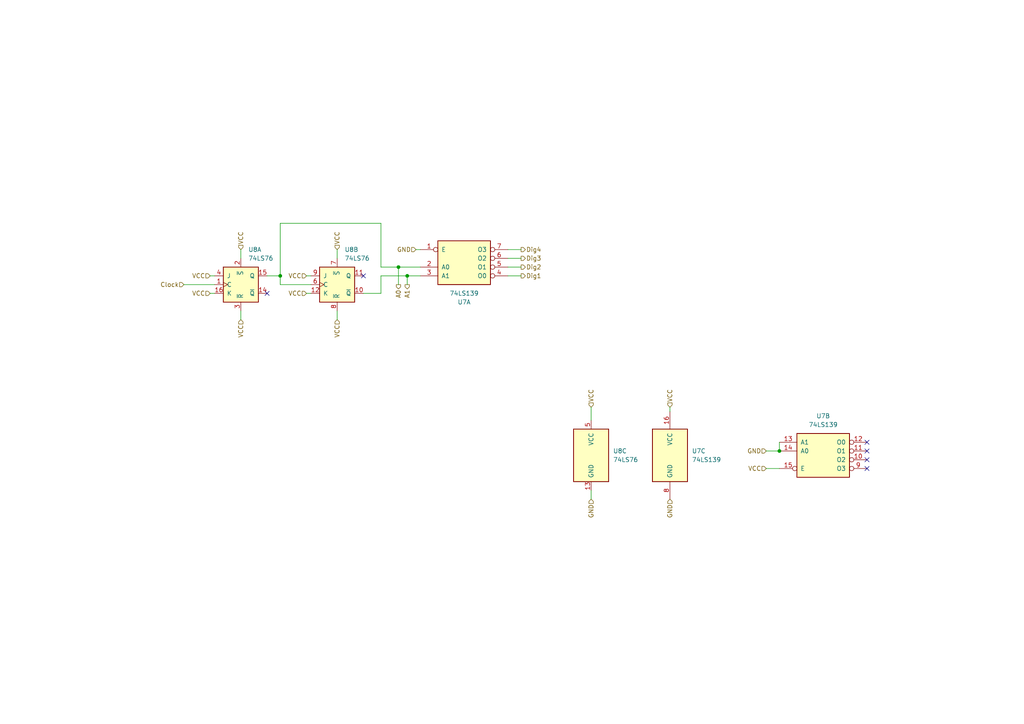
<source format=kicad_sch>
(kicad_sch (version 20250114) (generator "eeschema") (generator_version "9.0")
  (paper "A4")
  (lib_symbols
    (symbol "74xx:74LS139" (pin_names (offset 1.016))
      (property "Reference" "U" (at -7.62 8.89 0))
      (property "Value" "74LS139" (at -7.62 -8.89 0))
      (symbol "74LS139_1_0"
        (pin input line (at -12.7 2.54 0) (length 5.08) (name "A1") (number "3"))
        (pin input line (at -12.7 0 0) (length 5.08) (name "A0") (number "2"))
        (pin input inverted (at -12.7 -5.08 0) (length 5.08) (name "E") (number "1"))
        (pin output inverted (at 12.7 2.54 180) (length 5.08) (name "O0") (number "4"))
        (pin output inverted (at 12.7 0 180) (length 5.08) (name "O1") (number "5"))
        (pin output inverted (at 12.7 -2.54 180) (length 5.08) (name "O2") (number "6"))
        (pin output inverted (at 12.7 -5.08 180) (length 5.08) (name "O3") (number "7"))
      )
      (symbol "74LS139_1_1"
        (rectangle (start -7.62 5.08) (end 7.62 -7.62) (stroke (width 0.254)) (fill (type background)))
      )
      (symbol "74LS139_2_0"
        (pin input line (at -12.7 2.54 0) (length 5.08) (name "A1") (number "13"))
        (pin input line (at -12.7 0 0) (length 5.08) (name "A0") (number "14"))
        (pin input inverted (at -12.7 -5.08 0) (length 5.08) (name "E") (number "15"))
        (pin output inverted (at 12.7 2.54 180) (length 5.08) (name "O0") (number "12"))
        (pin output inverted (at 12.7 0 180) (length 5.08) (name "O1") (number "11"))
        (pin output inverted (at 12.7 -2.54 180) (length 5.08) (name "O2") (number "10"))
        (pin output inverted (at 12.7 -5.08 180) (length 5.08) (name "O3") (number "9"))
      )
      (symbol "74LS139_2_1"
        (rectangle (start -7.62 5.08) (end 7.62 -7.62) (stroke (width 0.254)) (fill (type background)))
      )
      (symbol "74LS139_3_0"
        (pin power_in line (at 0 12.7 270) (length 5.08) (name "VCC") (number "16"))
        (pin power_in line (at 0 -12.7 90) (length 5.08) (name "GND") (number "8"))
      )
      (symbol "74LS139_3_1"
        (rectangle (start -5.08 7.62) (end 5.08 -7.62) (stroke (width 0.254)) (fill (type background)))
      )
    )
    (symbol "74xx:74LS76" (pin_names (offset 1.016))
      (property "Reference" "U" (at -7.62 8.89 0))
      (property "Value" "74LS76" (at -7.62 -8.89 0))
      (symbol "74LS76_1_0"
        (pin input line (at -7.62 2.54 0) (length 2.54) (name "J") (number "4"))
        (pin input clock (at -7.62 0 0) (length 2.54) (name "C") (number "1"))
        (pin input line (at -7.62 -2.54 0) (length 2.54) (name "K") (number "16"))
        (pin input line (at 0 7.62 270) (length 2.54) (name "~{S}") (number "2"))
        (pin input line (at 0 -7.62 90) (length 2.54) (name "~{R}") (number "3"))
        (pin output line (at 7.62 2.54 180) (length 2.54) (name "Q") (number "15"))
        (pin output line (at 7.62 -2.54 180) (length 2.54) (name "~{Q}") (number "14"))
      )
      (symbol "74LS76_1_1"
        (rectangle (start -5.08 5.08) (end 5.08 -5.08) (stroke (width 0.254)) (fill (type background)))
      )
      (symbol "74LS76_2_0"
        (pin input line (at -7.62 2.54 0) (length 2.54) (name "J") (number "9"))
        (pin input clock (at -7.62 0 0) (length 2.54) (name "C") (number "6"))
        (pin input line (at -7.62 -2.54 0) (length 2.54) (name "K") (number "12"))
        (pin input line (at 0 7.62 270) (length 2.54) (name "~{S}") (number "7"))
        (pin input line (at 0 -7.62 90) (length 2.54) (name "~{R}") (number "8"))
        (pin output line (at 7.62 2.54 180) (length 2.54) (name "Q") (number "11"))
        (pin output line (at 7.62 -2.54 180) (length 2.54) (name "~{Q}") (number "10"))
      )
      (symbol "74LS76_2_1"
        (rectangle (start -5.08 5.08) (end 5.08 -5.08) (stroke (width 0.254)) (fill (type background)))
      )
      (symbol "74LS76_3_0"
        (pin power_in line (at 0 10.16 270) (length 2.54) (name "VCC") (number "5"))
        (pin power_in line (at 0 -10.16 90) (length 2.54) (name "GND") (number "13"))
      )
      (symbol "74LS76_3_1"
        (rectangle (start -5.08 7.62) (end 5.08 -7.62) (stroke (width 0.254)) (fill (type background)))
      )
    )
  )
  (junction (at 115.57 77.47))
  (junction (at 81.28 80.01))
  (junction (at 118.11 80.01))
  (junction (at 226.06 130.81))
  (no_connect (at 105.41 80.01))
  (no_connect (at 251.46 130.81))
  (no_connect (at 251.46 128.27))
  (no_connect (at 251.46 135.89))
  (no_connect (at 251.46 133.35))
  (no_connect (at 77.47 85.09))
  (wire (pts (xy 115.57 77.47) (xy 115.57 82.55)))
  (wire (pts (xy 118.11 80.01) (xy 110.49 80.01)))
  (wire (pts (xy 81.28 80.01) (xy 81.28 82.55)))
  (wire (pts (xy 88.9 85.09) (xy 90.17 85.09)))
  (wire (pts (xy 81.28 82.55) (xy 90.17 82.55)))
  (wire (pts (xy 97.79 72.39) (xy 97.79 74.93)))
  (wire (pts (xy 88.9 80.01) (xy 90.17 80.01)))
  (wire (pts (xy 110.49 77.47) (xy 115.57 77.47)))
  (wire (pts (xy 226.06 128.27) (xy 226.06 130.81)))
  (wire (pts (xy 97.79 90.17) (xy 97.79 92.71)))
  (wire (pts (xy 194.31 118.11) (xy 194.31 119.38)))
  (wire (pts (xy 147.32 72.39) (xy 151.13 72.39)))
  (wire (pts (xy 147.32 74.93) (xy 151.13 74.93)))
  (wire (pts (xy 110.49 64.77) (xy 110.49 77.47)))
  (wire (pts (xy 222.25 135.89) (xy 226.06 135.89)))
  (wire (pts (xy 171.45 118.11) (xy 171.45 121.92)))
  (wire (pts (xy 60.96 85.09) (xy 62.23 85.09)))
  (wire (pts (xy 171.45 144.78) (xy 171.45 142.24)))
  (wire (pts (xy 110.49 80.01) (xy 110.49 85.09)))
  (wire (pts (xy 110.49 85.09) (xy 105.41 85.09)))
  (wire (pts (xy 69.85 90.17) (xy 69.85 92.71)))
  (wire (pts (xy 147.32 77.47) (xy 151.13 77.47)))
  (wire (pts (xy 147.32 80.01) (xy 151.13 80.01)))
  (wire (pts (xy 118.11 80.01) (xy 118.11 82.55)))
  (wire (pts (xy 115.57 77.47) (xy 121.92 77.47)))
  (wire (pts (xy 81.28 64.77) (xy 81.28 80.01)))
  (wire (pts (xy 81.28 64.77) (xy 110.49 64.77)))
  (wire (pts (xy 222.25 130.81) (xy 226.06 130.81)))
  (wire (pts (xy 69.85 72.39) (xy 69.85 74.93)))
  (wire (pts (xy 60.96 80.01) (xy 62.23 80.01)))
  (wire (pts (xy 120.65 72.39) (xy 121.92 72.39)))
  (wire (pts (xy 77.47 80.01) (xy 81.28 80.01)))
  (wire (pts (xy 53.34 82.55) (xy 62.23 82.55)))
  (wire (pts (xy 121.92 80.01) (xy 118.11 80.01)))
  (hierarchical_label "VCC" (shape input) (at 222.25 135.89 180))
  (hierarchical_label "VCC" (shape input) (at 69.85 92.71 270))
  (hierarchical_label "VCC" (shape input) (at 97.79 72.39 90))
  (hierarchical_label "GND" (shape input) (at 171.45 144.78 270))
  (hierarchical_label "VCC" (shape input) (at 97.79 92.71 270))
  (hierarchical_label "Dig2" (shape output) (at 151.13 77.47 0))
  (hierarchical_label "Dig1" (shape output) (at 151.13 80.01 0))
  (hierarchical_label "A1" (shape output) (at 118.11 82.55 270))
  (hierarchical_label "VCC" (shape input) (at 88.9 80.01 180))
  (hierarchical_label "GND" (shape input) (at 222.25 130.81 180))
  (hierarchical_label "Dig3" (shape output) (at 151.13 74.93 0))
  (hierarchical_label "VCC" (shape input) (at 60.96 85.09 180))
  (hierarchical_label "VCC" (shape input) (at 69.85 72.39 90))
  (hierarchical_label "GND" (shape input) (at 194.31 144.78 270))
  (hierarchical_label "Dig4" (shape output) (at 151.13 72.39 0))
  (hierarchical_label "VCC" (shape input) (at 194.31 118.11 90))
  (hierarchical_label "VCC" (shape input) (at 88.9 85.09 180))
  (hierarchical_label "VCC" (shape input) (at 60.96 80.01 180))
  (hierarchical_label "VCC" (shape input) (at 171.45 118.11 90))
  (hierarchical_label "A0" (shape output) (at 115.57 82.55 270))
  (hierarchical_label "GND" (shape input) (at 120.65 72.39 180))
  (hierarchical_label "Clock" (shape input) (at 53.34 82.55 180))
  (symbol (lib_id "74xx:74LS139") (at 194.31 132.08 0) (unit 3)
    (property "Reference" "U7" (at 200.66 130.8099 0) (effects (justify left)))
    (property "Value" "74LS139" (at 200.66 133.3499 0) (effects (justify left)))
    (property "Footprint" "Package_DIP:DIP-16_W7.62mm" (effects (hide yes)))
    (property "Datasheet" "http://www.ti.com/lit/ds/symlink/sn74ls139a.pdf" (effects (hide yes)))
    (property "Description" "Dual Decoder 1 of 4, Active low outputs" (effects (hide yes)))
  )
  (symbol (lib_id "74xx:74LS76") (at 69.85 82.55 0) (unit 1)
    (property "Reference" "U8" (at 71.9933 72.39 0) (effects (justify left)))
    (property "Value" "74LS76" (at 71.9933 74.93 0) (effects (justify left)))
    (property "Footprint" "Package_DIP:DIP-16_W7.62mm" (effects (hide yes)))
    (property "Datasheet" "http://www.ti.com/lit/gpn/sn74LS76" (effects (hide yes)))
    (property "Description" "Dual JK Flip-flop, Set & Reset" (effects (hide yes)))
  )
  (symbol (lib_id "74xx:74LS76") (at 171.45 132.08 0) (unit 3)
    (property "Reference" "U8" (at 177.8 130.8099 0) (effects (justify left)))
    (property "Value" "74LS76" (at 177.8 133.3499 0) (effects (justify left)))
    (property "Footprint" "Package_DIP:DIP-16_W7.62mm" (effects (hide yes)))
    (property "Datasheet" "http://www.ti.com/lit/gpn/sn74LS76" (effects (hide yes)))
    (property "Description" "Dual JK Flip-flop, Set & Reset" (effects (hide yes)))
  )
  (symbol (lib_id "74xx:74LS76") (at 97.79 82.55 0) (unit 2)
    (property "Reference" "U8" (at 99.9333 72.39 0) (effects (justify left)))
    (property "Value" "74LS76" (at 99.9333 74.93 0) (effects (justify left)))
    (property "Footprint" "Package_DIP:DIP-16_W7.62mm" (effects (hide yes)))
    (property "Datasheet" "http://www.ti.com/lit/gpn/sn74LS76" (effects (hide yes)))
    (property "Description" "Dual JK Flip-flop, Set & Reset" (effects (hide yes)))
  )
  (symbol (lib_id "74xx:74LS139") (at 134.62 77.47 0) (mirror x) (unit 1)
    (property "Reference" "U7" (at 134.62 87.63 0))
    (property "Value" "74LS139" (at 134.62 85.09 0))
    (property "Footprint" "Package_DIP:DIP-16_W7.62mm" (effects (hide yes)))
    (property "Datasheet" "http://www.ti.com/lit/ds/symlink/sn74ls139a.pdf" (effects (hide yes)))
    (property "Description" "Dual Decoder 1 of 4, Active low outputs" (effects (hide yes)))
  )
  (symbol (lib_id "74xx:74LS139") (at 238.76 130.81 0) (unit 2)
    (property "Reference" "U7" (at 238.76 120.65 0))
    (property "Value" "74LS139" (at 238.76 123.19 0))
    (property "Footprint" "Package_DIP:DIP-16_W7.62mm" (effects (hide yes)))
    (property "Datasheet" "http://www.ti.com/lit/ds/symlink/sn74ls139a.pdf" (effects (hide yes)))
    (property "Description" "Dual Decoder 1 of 4, Active low outputs" (effects (hide yes)))
  )
)
</source>
